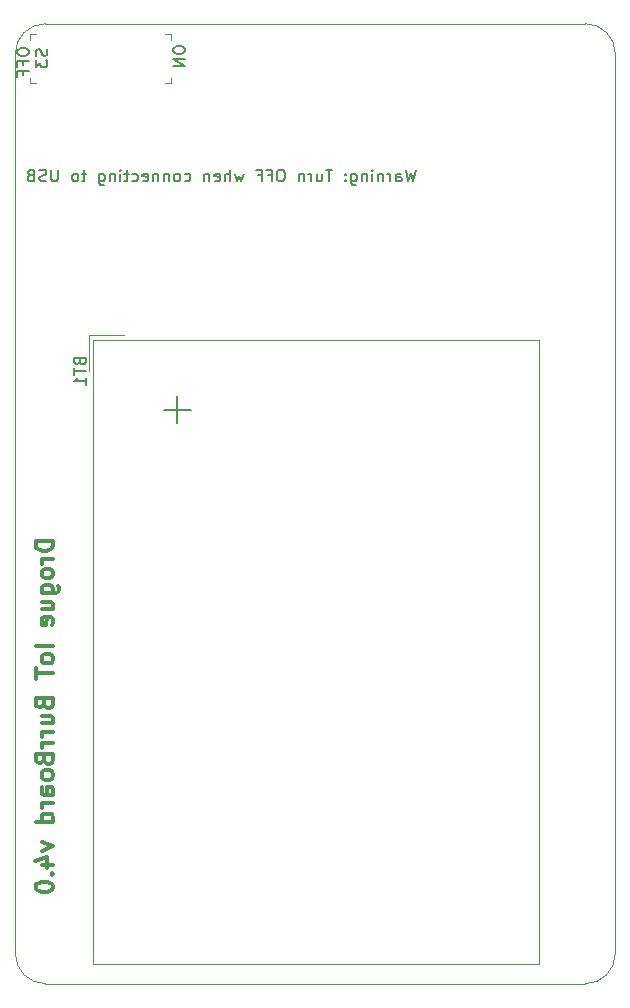
<source format=gbo>
%TF.GenerationSoftware,KiCad,Pcbnew,(6.0.0-0)*%
%TF.CreationDate,2022-02-21T11:29:54+01:00*%
%TF.ProjectId,burrboard,62757272-626f-4617-9264-2e6b69636164,v4.0*%
%TF.SameCoordinates,Original*%
%TF.FileFunction,Legend,Bot*%
%TF.FilePolarity,Positive*%
%FSLAX46Y46*%
G04 Gerber Fmt 4.6, Leading zero omitted, Abs format (unit mm)*
G04 Created by KiCad (PCBNEW (6.0.0-0)) date 2022-02-21 11:29:54*
%MOMM*%
%LPD*%
G01*
G04 APERTURE LIST*
%TA.AperFunction,Profile*%
%ADD10C,0.050000*%
%TD*%
%ADD11C,0.150000*%
%ADD12C,0.300000*%
%ADD13C,0.120000*%
%ADD14C,0.100000*%
G04 APERTURE END LIST*
D10*
X178892200Y-64566800D02*
X178892200Y-140766800D01*
X229692200Y-64566800D02*
G75*
G03*
X227152200Y-62026800I-2540001J-1D01*
G01*
X181432200Y-143306800D02*
X227152200Y-143306800D01*
X227152200Y-62026800D02*
X181432200Y-62026800D01*
X229692200Y-140766800D02*
X229692200Y-64566800D01*
X227152200Y-143306800D02*
G75*
G03*
X229692200Y-140766800I-1J2540001D01*
G01*
X178892200Y-140766800D02*
G75*
G03*
X181432200Y-143306800I2540001J1D01*
G01*
X181432200Y-62026800D02*
G75*
G03*
X178892200Y-64566800I1J-2540001D01*
G01*
D11*
X192238380Y-64150952D02*
X192238380Y-64341428D01*
X192286000Y-64436666D01*
X192381238Y-64531904D01*
X192571714Y-64579523D01*
X192905047Y-64579523D01*
X193095523Y-64531904D01*
X193190761Y-64436666D01*
X193238380Y-64341428D01*
X193238380Y-64150952D01*
X193190761Y-64055714D01*
X193095523Y-63960476D01*
X192905047Y-63912857D01*
X192571714Y-63912857D01*
X192381238Y-63960476D01*
X192286000Y-64055714D01*
X192238380Y-64150952D01*
X193238380Y-65008095D02*
X192238380Y-65008095D01*
X193238380Y-65579523D01*
X192238380Y-65579523D01*
X212794380Y-74382380D02*
X212556285Y-75382380D01*
X212365809Y-74668095D01*
X212175333Y-75382380D01*
X211937238Y-74382380D01*
X211127714Y-75382380D02*
X211127714Y-74858571D01*
X211175333Y-74763333D01*
X211270571Y-74715714D01*
X211461047Y-74715714D01*
X211556285Y-74763333D01*
X211127714Y-75334761D02*
X211222952Y-75382380D01*
X211461047Y-75382380D01*
X211556285Y-75334761D01*
X211603904Y-75239523D01*
X211603904Y-75144285D01*
X211556285Y-75049047D01*
X211461047Y-75001428D01*
X211222952Y-75001428D01*
X211127714Y-74953809D01*
X210651523Y-75382380D02*
X210651523Y-74715714D01*
X210651523Y-74906190D02*
X210603904Y-74810952D01*
X210556285Y-74763333D01*
X210461047Y-74715714D01*
X210365809Y-74715714D01*
X210032476Y-74715714D02*
X210032476Y-75382380D01*
X210032476Y-74810952D02*
X209984857Y-74763333D01*
X209889619Y-74715714D01*
X209746761Y-74715714D01*
X209651523Y-74763333D01*
X209603904Y-74858571D01*
X209603904Y-75382380D01*
X209127714Y-75382380D02*
X209127714Y-74715714D01*
X209127714Y-74382380D02*
X209175333Y-74430000D01*
X209127714Y-74477619D01*
X209080095Y-74430000D01*
X209127714Y-74382380D01*
X209127714Y-74477619D01*
X208651523Y-74715714D02*
X208651523Y-75382380D01*
X208651523Y-74810952D02*
X208603904Y-74763333D01*
X208508666Y-74715714D01*
X208365809Y-74715714D01*
X208270571Y-74763333D01*
X208222952Y-74858571D01*
X208222952Y-75382380D01*
X207318190Y-74715714D02*
X207318190Y-75525238D01*
X207365809Y-75620476D01*
X207413428Y-75668095D01*
X207508666Y-75715714D01*
X207651523Y-75715714D01*
X207746761Y-75668095D01*
X207318190Y-75334761D02*
X207413428Y-75382380D01*
X207603904Y-75382380D01*
X207699142Y-75334761D01*
X207746761Y-75287142D01*
X207794380Y-75191904D01*
X207794380Y-74906190D01*
X207746761Y-74810952D01*
X207699142Y-74763333D01*
X207603904Y-74715714D01*
X207413428Y-74715714D01*
X207318190Y-74763333D01*
X206842000Y-75287142D02*
X206794380Y-75334761D01*
X206842000Y-75382380D01*
X206889619Y-75334761D01*
X206842000Y-75287142D01*
X206842000Y-75382380D01*
X206842000Y-74763333D02*
X206794380Y-74810952D01*
X206842000Y-74858571D01*
X206889619Y-74810952D01*
X206842000Y-74763333D01*
X206842000Y-74858571D01*
X205746761Y-74382380D02*
X205175333Y-74382380D01*
X205461047Y-75382380D02*
X205461047Y-74382380D01*
X204413428Y-74715714D02*
X204413428Y-75382380D01*
X204842000Y-74715714D02*
X204842000Y-75239523D01*
X204794380Y-75334761D01*
X204699142Y-75382380D01*
X204556285Y-75382380D01*
X204461047Y-75334761D01*
X204413428Y-75287142D01*
X203937238Y-75382380D02*
X203937238Y-74715714D01*
X203937238Y-74906190D02*
X203889619Y-74810952D01*
X203842000Y-74763333D01*
X203746761Y-74715714D01*
X203651523Y-74715714D01*
X203318190Y-74715714D02*
X203318190Y-75382380D01*
X203318190Y-74810952D02*
X203270571Y-74763333D01*
X203175333Y-74715714D01*
X203032476Y-74715714D01*
X202937238Y-74763333D01*
X202889619Y-74858571D01*
X202889619Y-75382380D01*
X201461047Y-74382380D02*
X201270571Y-74382380D01*
X201175333Y-74430000D01*
X201080095Y-74525238D01*
X201032476Y-74715714D01*
X201032476Y-75049047D01*
X201080095Y-75239523D01*
X201175333Y-75334761D01*
X201270571Y-75382380D01*
X201461047Y-75382380D01*
X201556285Y-75334761D01*
X201651523Y-75239523D01*
X201699142Y-75049047D01*
X201699142Y-74715714D01*
X201651523Y-74525238D01*
X201556285Y-74430000D01*
X201461047Y-74382380D01*
X200270571Y-74858571D02*
X200603904Y-74858571D01*
X200603904Y-75382380D02*
X200603904Y-74382380D01*
X200127714Y-74382380D01*
X199413428Y-74858571D02*
X199746761Y-74858571D01*
X199746761Y-75382380D02*
X199746761Y-74382380D01*
X199270571Y-74382380D01*
X198222952Y-74715714D02*
X198032476Y-75382380D01*
X197842000Y-74906190D01*
X197651523Y-75382380D01*
X197461047Y-74715714D01*
X197080095Y-75382380D02*
X197080095Y-74382380D01*
X196651523Y-75382380D02*
X196651523Y-74858571D01*
X196699142Y-74763333D01*
X196794380Y-74715714D01*
X196937238Y-74715714D01*
X197032476Y-74763333D01*
X197080095Y-74810952D01*
X195794380Y-75334761D02*
X195889619Y-75382380D01*
X196080095Y-75382380D01*
X196175333Y-75334761D01*
X196222952Y-75239523D01*
X196222952Y-74858571D01*
X196175333Y-74763333D01*
X196080095Y-74715714D01*
X195889619Y-74715714D01*
X195794380Y-74763333D01*
X195746761Y-74858571D01*
X195746761Y-74953809D01*
X196222952Y-75049047D01*
X195318190Y-74715714D02*
X195318190Y-75382380D01*
X195318190Y-74810952D02*
X195270571Y-74763333D01*
X195175333Y-74715714D01*
X195032476Y-74715714D01*
X194937238Y-74763333D01*
X194889619Y-74858571D01*
X194889619Y-75382380D01*
X193222952Y-75334761D02*
X193318190Y-75382380D01*
X193508666Y-75382380D01*
X193603904Y-75334761D01*
X193651523Y-75287142D01*
X193699142Y-75191904D01*
X193699142Y-74906190D01*
X193651523Y-74810952D01*
X193603904Y-74763333D01*
X193508666Y-74715714D01*
X193318190Y-74715714D01*
X193222952Y-74763333D01*
X192651523Y-75382380D02*
X192746761Y-75334761D01*
X192794380Y-75287142D01*
X192842000Y-75191904D01*
X192842000Y-74906190D01*
X192794380Y-74810952D01*
X192746761Y-74763333D01*
X192651523Y-74715714D01*
X192508666Y-74715714D01*
X192413428Y-74763333D01*
X192365809Y-74810952D01*
X192318190Y-74906190D01*
X192318190Y-75191904D01*
X192365809Y-75287142D01*
X192413428Y-75334761D01*
X192508666Y-75382380D01*
X192651523Y-75382380D01*
X191889619Y-74715714D02*
X191889619Y-75382380D01*
X191889619Y-74810952D02*
X191842000Y-74763333D01*
X191746761Y-74715714D01*
X191603904Y-74715714D01*
X191508666Y-74763333D01*
X191461047Y-74858571D01*
X191461047Y-75382380D01*
X190984857Y-74715714D02*
X190984857Y-75382380D01*
X190984857Y-74810952D02*
X190937238Y-74763333D01*
X190842000Y-74715714D01*
X190699142Y-74715714D01*
X190603904Y-74763333D01*
X190556285Y-74858571D01*
X190556285Y-75382380D01*
X189699142Y-75334761D02*
X189794380Y-75382380D01*
X189984857Y-75382380D01*
X190080095Y-75334761D01*
X190127714Y-75239523D01*
X190127714Y-74858571D01*
X190080095Y-74763333D01*
X189984857Y-74715714D01*
X189794380Y-74715714D01*
X189699142Y-74763333D01*
X189651523Y-74858571D01*
X189651523Y-74953809D01*
X190127714Y-75049047D01*
X188794380Y-75334761D02*
X188889619Y-75382380D01*
X189080095Y-75382380D01*
X189175333Y-75334761D01*
X189222952Y-75287142D01*
X189270571Y-75191904D01*
X189270571Y-74906190D01*
X189222952Y-74810952D01*
X189175333Y-74763333D01*
X189080095Y-74715714D01*
X188889619Y-74715714D01*
X188794380Y-74763333D01*
X188508666Y-74715714D02*
X188127714Y-74715714D01*
X188365809Y-74382380D02*
X188365809Y-75239523D01*
X188318190Y-75334761D01*
X188222952Y-75382380D01*
X188127714Y-75382380D01*
X187794380Y-75382380D02*
X187794380Y-74715714D01*
X187794380Y-74382380D02*
X187842000Y-74430000D01*
X187794380Y-74477619D01*
X187746761Y-74430000D01*
X187794380Y-74382380D01*
X187794380Y-74477619D01*
X187318190Y-74715714D02*
X187318190Y-75382380D01*
X187318190Y-74810952D02*
X187270571Y-74763333D01*
X187175333Y-74715714D01*
X187032476Y-74715714D01*
X186937238Y-74763333D01*
X186889619Y-74858571D01*
X186889619Y-75382380D01*
X185984857Y-74715714D02*
X185984857Y-75525238D01*
X186032476Y-75620476D01*
X186080095Y-75668095D01*
X186175333Y-75715714D01*
X186318190Y-75715714D01*
X186413428Y-75668095D01*
X185984857Y-75334761D02*
X186080095Y-75382380D01*
X186270571Y-75382380D01*
X186365809Y-75334761D01*
X186413428Y-75287142D01*
X186461047Y-75191904D01*
X186461047Y-74906190D01*
X186413428Y-74810952D01*
X186365809Y-74763333D01*
X186270571Y-74715714D01*
X186080095Y-74715714D01*
X185984857Y-74763333D01*
X184889619Y-74715714D02*
X184508666Y-74715714D01*
X184746761Y-74382380D02*
X184746761Y-75239523D01*
X184699142Y-75334761D01*
X184603904Y-75382380D01*
X184508666Y-75382380D01*
X184032476Y-75382380D02*
X184127714Y-75334761D01*
X184175333Y-75287142D01*
X184222952Y-75191904D01*
X184222952Y-74906190D01*
X184175333Y-74810952D01*
X184127714Y-74763333D01*
X184032476Y-74715714D01*
X183889619Y-74715714D01*
X183794380Y-74763333D01*
X183746761Y-74810952D01*
X183699142Y-74906190D01*
X183699142Y-75191904D01*
X183746761Y-75287142D01*
X183794380Y-75334761D01*
X183889619Y-75382380D01*
X184032476Y-75382380D01*
X182508666Y-74382380D02*
X182508666Y-75191904D01*
X182461047Y-75287142D01*
X182413428Y-75334761D01*
X182318190Y-75382380D01*
X182127714Y-75382380D01*
X182032476Y-75334761D01*
X181984857Y-75287142D01*
X181937238Y-75191904D01*
X181937238Y-74382380D01*
X181508666Y-75334761D02*
X181365809Y-75382380D01*
X181127714Y-75382380D01*
X181032476Y-75334761D01*
X180984857Y-75287142D01*
X180937238Y-75191904D01*
X180937238Y-75096666D01*
X180984857Y-75001428D01*
X181032476Y-74953809D01*
X181127714Y-74906190D01*
X181318190Y-74858571D01*
X181413428Y-74810952D01*
X181461047Y-74763333D01*
X181508666Y-74668095D01*
X181508666Y-74572857D01*
X181461047Y-74477619D01*
X181413428Y-74430000D01*
X181318190Y-74382380D01*
X181080095Y-74382380D01*
X180937238Y-74430000D01*
X180175333Y-74858571D02*
X180032476Y-74906190D01*
X179984857Y-74953809D01*
X179937238Y-75049047D01*
X179937238Y-75191904D01*
X179984857Y-75287142D01*
X180032476Y-75334761D01*
X180127714Y-75382380D01*
X180508666Y-75382380D01*
X180508666Y-74382380D01*
X180175333Y-74382380D01*
X180080095Y-74430000D01*
X180032476Y-74477619D01*
X179984857Y-74572857D01*
X179984857Y-74668095D01*
X180032476Y-74763333D01*
X180080095Y-74810952D01*
X180175333Y-74858571D01*
X180508666Y-74858571D01*
D12*
X182110771Y-105828571D02*
X180610771Y-105828571D01*
X180610771Y-106185714D01*
X180682200Y-106400000D01*
X180825057Y-106542857D01*
X180967914Y-106614285D01*
X181253628Y-106685714D01*
X181467914Y-106685714D01*
X181753628Y-106614285D01*
X181896485Y-106542857D01*
X182039342Y-106400000D01*
X182110771Y-106185714D01*
X182110771Y-105828571D01*
X182110771Y-107328571D02*
X181110771Y-107328571D01*
X181396485Y-107328571D02*
X181253628Y-107400000D01*
X181182200Y-107471428D01*
X181110771Y-107614285D01*
X181110771Y-107757142D01*
X182110771Y-108471428D02*
X182039342Y-108328571D01*
X181967914Y-108257142D01*
X181825057Y-108185714D01*
X181396485Y-108185714D01*
X181253628Y-108257142D01*
X181182200Y-108328571D01*
X181110771Y-108471428D01*
X181110771Y-108685714D01*
X181182200Y-108828571D01*
X181253628Y-108900000D01*
X181396485Y-108971428D01*
X181825057Y-108971428D01*
X181967914Y-108900000D01*
X182039342Y-108828571D01*
X182110771Y-108685714D01*
X182110771Y-108471428D01*
X181110771Y-110257142D02*
X182325057Y-110257142D01*
X182467914Y-110185714D01*
X182539342Y-110114285D01*
X182610771Y-109971428D01*
X182610771Y-109757142D01*
X182539342Y-109614285D01*
X182039342Y-110257142D02*
X182110771Y-110114285D01*
X182110771Y-109828571D01*
X182039342Y-109685714D01*
X181967914Y-109614285D01*
X181825057Y-109542857D01*
X181396485Y-109542857D01*
X181253628Y-109614285D01*
X181182200Y-109685714D01*
X181110771Y-109828571D01*
X181110771Y-110114285D01*
X181182200Y-110257142D01*
X181110771Y-111614285D02*
X182110771Y-111614285D01*
X181110771Y-110971428D02*
X181896485Y-110971428D01*
X182039342Y-111042857D01*
X182110771Y-111185714D01*
X182110771Y-111400000D01*
X182039342Y-111542857D01*
X181967914Y-111614285D01*
X182039342Y-112900000D02*
X182110771Y-112757142D01*
X182110771Y-112471428D01*
X182039342Y-112328571D01*
X181896485Y-112257142D01*
X181325057Y-112257142D01*
X181182200Y-112328571D01*
X181110771Y-112471428D01*
X181110771Y-112757142D01*
X181182200Y-112900000D01*
X181325057Y-112971428D01*
X181467914Y-112971428D01*
X181610771Y-112257142D01*
X182110771Y-114757142D02*
X180610771Y-114757142D01*
X182110771Y-115685714D02*
X182039342Y-115542857D01*
X181967914Y-115471428D01*
X181825057Y-115400000D01*
X181396485Y-115400000D01*
X181253628Y-115471428D01*
X181182200Y-115542857D01*
X181110771Y-115685714D01*
X181110771Y-115900000D01*
X181182200Y-116042857D01*
X181253628Y-116114285D01*
X181396485Y-116185714D01*
X181825057Y-116185714D01*
X181967914Y-116114285D01*
X182039342Y-116042857D01*
X182110771Y-115900000D01*
X182110771Y-115685714D01*
X180610771Y-116614285D02*
X180610771Y-117471428D01*
X182110771Y-117042857D02*
X180610771Y-117042857D01*
X181325057Y-119614285D02*
X181396485Y-119828571D01*
X181467914Y-119900000D01*
X181610771Y-119971428D01*
X181825057Y-119971428D01*
X181967914Y-119900000D01*
X182039342Y-119828571D01*
X182110771Y-119685714D01*
X182110771Y-119114285D01*
X180610771Y-119114285D01*
X180610771Y-119614285D01*
X180682200Y-119757142D01*
X180753628Y-119828571D01*
X180896485Y-119900000D01*
X181039342Y-119900000D01*
X181182200Y-119828571D01*
X181253628Y-119757142D01*
X181325057Y-119614285D01*
X181325057Y-119114285D01*
X181110771Y-121257142D02*
X182110771Y-121257142D01*
X181110771Y-120614285D02*
X181896485Y-120614285D01*
X182039342Y-120685714D01*
X182110771Y-120828571D01*
X182110771Y-121042857D01*
X182039342Y-121185714D01*
X181967914Y-121257142D01*
X182110771Y-121971428D02*
X181110771Y-121971428D01*
X181396485Y-121971428D02*
X181253628Y-122042857D01*
X181182200Y-122114285D01*
X181110771Y-122257142D01*
X181110771Y-122400000D01*
X182110771Y-122900000D02*
X181110771Y-122900000D01*
X181396485Y-122900000D02*
X181253628Y-122971428D01*
X181182200Y-123042857D01*
X181110771Y-123185714D01*
X181110771Y-123328571D01*
X181325057Y-124328571D02*
X181396485Y-124542857D01*
X181467914Y-124614285D01*
X181610771Y-124685714D01*
X181825057Y-124685714D01*
X181967914Y-124614285D01*
X182039342Y-124542857D01*
X182110771Y-124400000D01*
X182110771Y-123828571D01*
X180610771Y-123828571D01*
X180610771Y-124328571D01*
X180682200Y-124471428D01*
X180753628Y-124542857D01*
X180896485Y-124614285D01*
X181039342Y-124614285D01*
X181182200Y-124542857D01*
X181253628Y-124471428D01*
X181325057Y-124328571D01*
X181325057Y-123828571D01*
X182110771Y-125542857D02*
X182039342Y-125400000D01*
X181967914Y-125328571D01*
X181825057Y-125257142D01*
X181396485Y-125257142D01*
X181253628Y-125328571D01*
X181182200Y-125400000D01*
X181110771Y-125542857D01*
X181110771Y-125757142D01*
X181182200Y-125900000D01*
X181253628Y-125971428D01*
X181396485Y-126042857D01*
X181825057Y-126042857D01*
X181967914Y-125971428D01*
X182039342Y-125900000D01*
X182110771Y-125757142D01*
X182110771Y-125542857D01*
X182110771Y-127328571D02*
X181325057Y-127328571D01*
X181182200Y-127257142D01*
X181110771Y-127114285D01*
X181110771Y-126828571D01*
X181182200Y-126685714D01*
X182039342Y-127328571D02*
X182110771Y-127185714D01*
X182110771Y-126828571D01*
X182039342Y-126685714D01*
X181896485Y-126614285D01*
X181753628Y-126614285D01*
X181610771Y-126685714D01*
X181539342Y-126828571D01*
X181539342Y-127185714D01*
X181467914Y-127328571D01*
X182110771Y-128042857D02*
X181110771Y-128042857D01*
X181396485Y-128042857D02*
X181253628Y-128114285D01*
X181182200Y-128185714D01*
X181110771Y-128328571D01*
X181110771Y-128471428D01*
X182110771Y-129614285D02*
X180610771Y-129614285D01*
X182039342Y-129614285D02*
X182110771Y-129471428D01*
X182110771Y-129185714D01*
X182039342Y-129042857D01*
X181967914Y-128971428D01*
X181825057Y-128900000D01*
X181396485Y-128900000D01*
X181253628Y-128971428D01*
X181182200Y-129042857D01*
X181110771Y-129185714D01*
X181110771Y-129471428D01*
X181182200Y-129614285D01*
X181110771Y-131328571D02*
X182110771Y-131685714D01*
X181110771Y-132042857D01*
X181110771Y-133257142D02*
X182110771Y-133257142D01*
X180539342Y-132900000D02*
X181610771Y-132542857D01*
X181610771Y-133471428D01*
X181967914Y-134042857D02*
X182039342Y-134114285D01*
X182110771Y-134042857D01*
X182039342Y-133971428D01*
X181967914Y-134042857D01*
X182110771Y-134042857D01*
X180610771Y-135042857D02*
X180610771Y-135185714D01*
X180682200Y-135328571D01*
X180753628Y-135400000D01*
X180896485Y-135471428D01*
X181182200Y-135542857D01*
X181539342Y-135542857D01*
X181825057Y-135471428D01*
X181967914Y-135400000D01*
X182039342Y-135328571D01*
X182110771Y-135185714D01*
X182110771Y-135042857D01*
X182039342Y-134900000D01*
X181967914Y-134828571D01*
X181825057Y-134757142D01*
X181539342Y-134685714D01*
X181182200Y-134685714D01*
X180896485Y-134757142D01*
X180753628Y-134828571D01*
X180682200Y-134900000D01*
X180610771Y-135042857D01*
D11*
X179030380Y-64325619D02*
X179030380Y-64516095D01*
X179078000Y-64611333D01*
X179173238Y-64706571D01*
X179363714Y-64754190D01*
X179697047Y-64754190D01*
X179887523Y-64706571D01*
X179982761Y-64611333D01*
X180030380Y-64516095D01*
X180030380Y-64325619D01*
X179982761Y-64230380D01*
X179887523Y-64135142D01*
X179697047Y-64087523D01*
X179363714Y-64087523D01*
X179173238Y-64135142D01*
X179078000Y-64230380D01*
X179030380Y-64325619D01*
X179506571Y-65516095D02*
X179506571Y-65182761D01*
X180030380Y-65182761D02*
X179030380Y-65182761D01*
X179030380Y-65658952D01*
X179506571Y-66373238D02*
X179506571Y-66039904D01*
X180030380Y-66039904D02*
X179030380Y-66039904D01*
X179030380Y-66516095D01*
%TO.C,BT1*%
X184341771Y-90640485D02*
X184389390Y-90783342D01*
X184437009Y-90830961D01*
X184532247Y-90878580D01*
X184675104Y-90878580D01*
X184770342Y-90830961D01*
X184817961Y-90783342D01*
X184865580Y-90688104D01*
X184865580Y-90307152D01*
X183865580Y-90307152D01*
X183865580Y-90640485D01*
X183913200Y-90735723D01*
X183960819Y-90783342D01*
X184056057Y-90830961D01*
X184151295Y-90830961D01*
X184246533Y-90783342D01*
X184294152Y-90735723D01*
X184341771Y-90640485D01*
X184341771Y-90307152D01*
X183865580Y-91164295D02*
X183865580Y-91735723D01*
X184865580Y-91450009D02*
X183865580Y-91450009D01*
X184865580Y-92592866D02*
X184865580Y-92021438D01*
X184865580Y-92307152D02*
X183865580Y-92307152D01*
X184008438Y-92211914D01*
X184103676Y-92116676D01*
X184151295Y-92021438D01*
X192593885Y-93573742D02*
X192593885Y-95859457D01*
X193736742Y-94716600D02*
X191451028Y-94716600D01*
%TO.C,S3*%
X181565161Y-64177295D02*
X181612780Y-64320152D01*
X181612780Y-64558247D01*
X181565161Y-64653485D01*
X181517542Y-64701104D01*
X181422304Y-64748723D01*
X181327066Y-64748723D01*
X181231828Y-64701104D01*
X181184209Y-64653485D01*
X181136590Y-64558247D01*
X181088971Y-64367771D01*
X181041352Y-64272533D01*
X180993733Y-64224914D01*
X180898495Y-64177295D01*
X180803257Y-64177295D01*
X180708019Y-64224914D01*
X180660400Y-64272533D01*
X180612780Y-64367771D01*
X180612780Y-64605866D01*
X180660400Y-64748723D01*
X180612780Y-65082057D02*
X180612780Y-65701104D01*
X180993733Y-65367771D01*
X180993733Y-65510628D01*
X181041352Y-65605866D01*
X181088971Y-65653485D01*
X181184209Y-65701104D01*
X181422304Y-65701104D01*
X181517542Y-65653485D01*
X181565161Y-65605866D01*
X181612780Y-65510628D01*
X181612780Y-65224914D01*
X181565161Y-65129676D01*
X181517542Y-65082057D01*
D13*
%TO.C,BT1*%
X185108200Y-88426200D02*
X185108200Y-91426200D01*
X185488200Y-141676200D02*
X223228200Y-141676200D01*
X223228200Y-88806200D02*
X223228200Y-141676200D01*
X188108200Y-88426200D02*
X185108200Y-88426200D01*
X185488200Y-88806200D02*
X185488200Y-141676200D01*
X185488200Y-88806200D02*
X223228200Y-88806200D01*
D14*
%TO.C,S3*%
X192068000Y-62890000D02*
X192068000Y-63390000D01*
X180168000Y-62890000D02*
X180668000Y-62890000D01*
X180168000Y-62890000D02*
X180168000Y-63390000D01*
X180168000Y-67090000D02*
X180668000Y-67090000D01*
X192068000Y-67090000D02*
X192068000Y-66590000D01*
X192068000Y-67090000D02*
X191568000Y-67090000D01*
X180168000Y-67090000D02*
X180168000Y-66590000D01*
X192068000Y-62890000D02*
X191568000Y-62890000D01*
%TD*%
M02*

</source>
